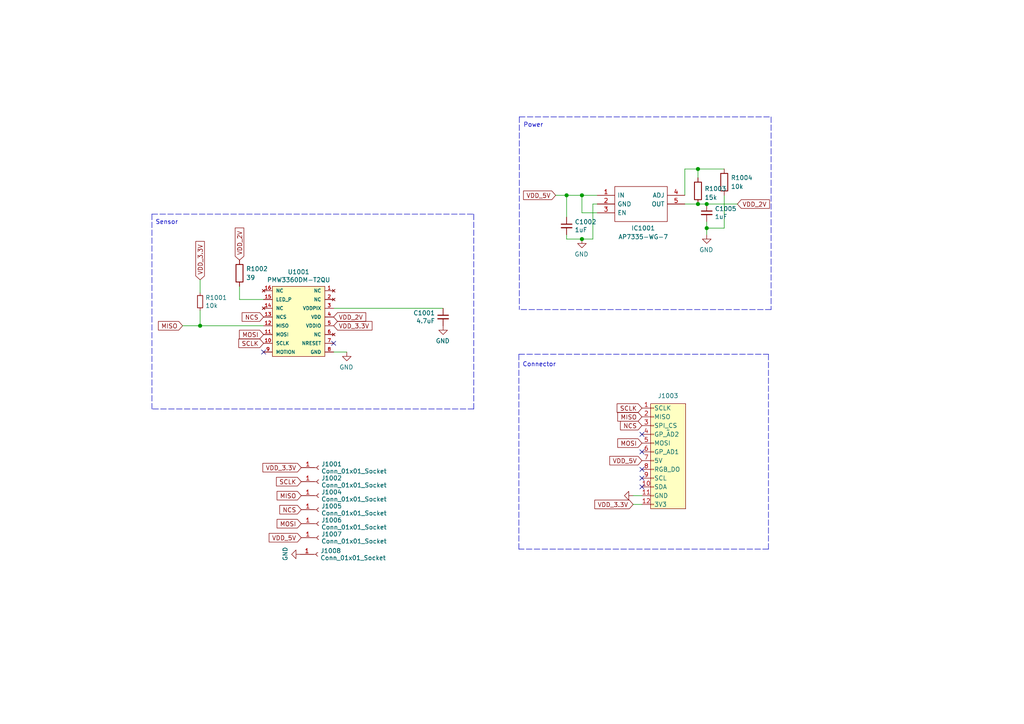
<source format=kicad_sch>
(kicad_sch (version 20230121) (generator eeschema)

  (uuid e63e39d7-6ac0-4ffd-8aa3-1841a4541b55)

  (paper "A4")

  (title_block
    (company "bastard keyboards")
    (comment 4 "Copyright Quentin Lebastard")
  )

  (lib_symbols
    (symbol "AP7331-WG-7:AP7331-WG-7" (pin_names (offset 0.762)) (in_bom yes) (on_board yes)
      (property "Reference" "IC" (at 21.59 7.62 0)
        (effects (font (size 1.27 1.27)) (justify left))
      )
      (property "Value" "AP7331-WG-7" (at 21.59 5.08 0)
        (effects (font (size 1.27 1.27)) (justify left))
      )
      (property "Footprint" "SOT95P285X145-5N" (at 21.59 2.54 0)
        (effects (font (size 1.27 1.27)) (justify left) hide)
      )
      (property "Datasheet" "http://uk.rs-online.com/web/p/products/7513083" (at 21.59 0 0)
        (effects (font (size 1.27 1.27)) (justify left) hide)
      )
      (property "Description" "LDO Voltage Regulators LDO SOT-25 ADJUSTABLE 300MA" (at 21.59 -2.54 0)
        (effects (font (size 1.27 1.27)) (justify left) hide)
      )
      (property "Height" "1.45" (at 21.59 -5.08 0)
        (effects (font (size 1.27 1.27)) (justify left) hide)
      )
      (property "Manufacturer_Name" "Diodes Inc." (at 21.59 -7.62 0)
        (effects (font (size 1.27 1.27)) (justify left) hide)
      )
      (property "Manufacturer_Part_Number" "AP7331-WG-7" (at 21.59 -10.16 0)
        (effects (font (size 1.27 1.27)) (justify left) hide)
      )
      (property "Mouser Part Number" "621-AP7331-WG-7" (at 21.59 -12.7 0)
        (effects (font (size 1.27 1.27)) (justify left) hide)
      )
      (property "Mouser Price/Stock" "https://www.mouser.co.uk/ProductDetail/Diodes-Incorporated/AP7331-WG-7?qs=vIZ3oKQCLxr9PiNSCoXN%2FQ%3D%3D" (at 21.59 -15.24 0)
        (effects (font (size 1.27 1.27)) (justify left) hide)
      )
      (property "Arrow Part Number" "AP7331-WG-7" (at 21.59 -17.78 0)
        (effects (font (size 1.27 1.27)) (justify left) hide)
      )
      (property "Arrow Price/Stock" "https://www.arrow.com/en/products/ap7331-wg-7/diodes-incorporated?region=nac" (at 21.59 -20.32 0)
        (effects (font (size 1.27 1.27)) (justify left) hide)
      )
      (symbol "AP7331-WG-7_0_0"
        (pin passive line (at 0 0 0) (length 5.08)
          (name "IN" (effects (font (size 1.27 1.27))))
          (number "1" (effects (font (size 1.27 1.27))))
        )
        (pin passive line (at 0 -2.54 0) (length 5.08)
          (name "GND" (effects (font (size 1.27 1.27))))
          (number "2" (effects (font (size 1.27 1.27))))
        )
        (pin passive line (at 0 -5.08 0) (length 5.08)
          (name "EN" (effects (font (size 1.27 1.27))))
          (number "3" (effects (font (size 1.27 1.27))))
        )
        (pin passive line (at 25.4 0 180) (length 5.08)
          (name "ADJ" (effects (font (size 1.27 1.27))))
          (number "4" (effects (font (size 1.27 1.27))))
        )
        (pin passive line (at 25.4 -2.54 180) (length 5.08)
          (name "OUT" (effects (font (size 1.27 1.27))))
          (number "5" (effects (font (size 1.27 1.27))))
        )
      )
      (symbol "AP7331-WG-7_0_1"
        (polyline
          (pts
            (xy 5.08 2.54)
            (xy 20.32 2.54)
            (xy 20.32 -7.62)
            (xy 5.08 -7.62)
            (xy 5.08 2.54)
          )
          (stroke (width 0.1524) (type default))
          (fill (type none))
        )
      )
    )
    (symbol "Connector:Conn_01x01_Socket" (pin_names (offset 1.016) hide) (in_bom yes) (on_board yes)
      (property "Reference" "J" (at 0 2.54 0)
        (effects (font (size 1.27 1.27)))
      )
      (property "Value" "Conn_01x01_Socket" (at 0 -2.54 0)
        (effects (font (size 1.27 1.27)))
      )
      (property "Footprint" "" (at 0 0 0)
        (effects (font (size 1.27 1.27)) hide)
      )
      (property "Datasheet" "~" (at 0 0 0)
        (effects (font (size 1.27 1.27)) hide)
      )
      (property "ki_locked" "" (at 0 0 0)
        (effects (font (size 1.27 1.27)))
      )
      (property "ki_keywords" "connector" (at 0 0 0)
        (effects (font (size 1.27 1.27)) hide)
      )
      (property "ki_description" "Generic connector, single row, 01x01, script generated" (at 0 0 0)
        (effects (font (size 1.27 1.27)) hide)
      )
      (property "ki_fp_filters" "Connector*:*_1x??_*" (at 0 0 0)
        (effects (font (size 1.27 1.27)) hide)
      )
      (symbol "Conn_01x01_Socket_1_1"
        (polyline
          (pts
            (xy -1.27 0)
            (xy -0.508 0)
          )
          (stroke (width 0.1524) (type default))
          (fill (type none))
        )
        (arc (start 0 0.508) (mid -0.5058 0) (end 0 -0.508)
          (stroke (width 0.1524) (type default))
          (fill (type none))
        )
        (pin passive line (at -5.08 0 0) (length 3.81)
          (name "Pin_1" (effects (font (size 1.27 1.27))))
          (number "1" (effects (font (size 1.27 1.27))))
        )
      )
    )
    (symbol "Device:C_Small" (pin_numbers hide) (pin_names (offset 0.254) hide) (in_bom yes) (on_board yes)
      (property "Reference" "C" (at 0.254 1.778 0)
        (effects (font (size 1.27 1.27)) (justify left))
      )
      (property "Value" "C_Small" (at 0.254 -2.032 0)
        (effects (font (size 1.27 1.27)) (justify left))
      )
      (property "Footprint" "" (at 0 0 0)
        (effects (font (size 1.27 1.27)) hide)
      )
      (property "Datasheet" "~" (at 0 0 0)
        (effects (font (size 1.27 1.27)) hide)
      )
      (property "ki_keywords" "capacitor cap" (at 0 0 0)
        (effects (font (size 1.27 1.27)) hide)
      )
      (property "ki_description" "Unpolarized capacitor, small symbol" (at 0 0 0)
        (effects (font (size 1.27 1.27)) hide)
      )
      (property "ki_fp_filters" "C_*" (at 0 0 0)
        (effects (font (size 1.27 1.27)) hide)
      )
      (symbol "C_Small_0_1"
        (polyline
          (pts
            (xy -1.524 -0.508)
            (xy 1.524 -0.508)
          )
          (stroke (width 0.3302) (type default))
          (fill (type none))
        )
        (polyline
          (pts
            (xy -1.524 0.508)
            (xy 1.524 0.508)
          )
          (stroke (width 0.3048) (type default))
          (fill (type none))
        )
      )
      (symbol "C_Small_1_1"
        (pin passive line (at 0 2.54 270) (length 2.032)
          (name "~" (effects (font (size 1.27 1.27))))
          (number "1" (effects (font (size 1.27 1.27))))
        )
        (pin passive line (at 0 -2.54 90) (length 2.032)
          (name "~" (effects (font (size 1.27 1.27))))
          (number "2" (effects (font (size 1.27 1.27))))
        )
      )
    )
    (symbol "Device:R" (pin_numbers hide) (pin_names (offset 0)) (in_bom yes) (on_board yes)
      (property "Reference" "R" (at 2.032 0 90)
        (effects (font (size 1.27 1.27)))
      )
      (property "Value" "R" (at 0 0 90)
        (effects (font (size 1.27 1.27)))
      )
      (property "Footprint" "" (at -1.778 0 90)
        (effects (font (size 1.27 1.27)) hide)
      )
      (property "Datasheet" "~" (at 0 0 0)
        (effects (font (size 1.27 1.27)) hide)
      )
      (property "ki_keywords" "R res resistor" (at 0 0 0)
        (effects (font (size 1.27 1.27)) hide)
      )
      (property "ki_description" "Resistor" (at 0 0 0)
        (effects (font (size 1.27 1.27)) hide)
      )
      (property "ki_fp_filters" "R_*" (at 0 0 0)
        (effects (font (size 1.27 1.27)) hide)
      )
      (symbol "R_0_1"
        (rectangle (start -1.016 -2.54) (end 1.016 2.54)
          (stroke (width 0.254) (type default))
          (fill (type none))
        )
      )
      (symbol "R_1_1"
        (pin passive line (at 0 3.81 270) (length 1.27)
          (name "~" (effects (font (size 1.27 1.27))))
          (number "1" (effects (font (size 1.27 1.27))))
        )
        (pin passive line (at 0 -3.81 90) (length 1.27)
          (name "~" (effects (font (size 1.27 1.27))))
          (number "2" (effects (font (size 1.27 1.27))))
        )
      )
    )
    (symbol "Device:R_Small" (pin_numbers hide) (pin_names (offset 0.254) hide) (in_bom yes) (on_board yes)
      (property "Reference" "R" (at 0.762 0.508 0)
        (effects (font (size 1.27 1.27)) (justify left))
      )
      (property "Value" "R_Small" (at 0.762 -1.016 0)
        (effects (font (size 1.27 1.27)) (justify left))
      )
      (property "Footprint" "" (at 0 0 0)
        (effects (font (size 1.27 1.27)) hide)
      )
      (property "Datasheet" "~" (at 0 0 0)
        (effects (font (size 1.27 1.27)) hide)
      )
      (property "ki_keywords" "R resistor" (at 0 0 0)
        (effects (font (size 1.27 1.27)) hide)
      )
      (property "ki_description" "Resistor, small symbol" (at 0 0 0)
        (effects (font (size 1.27 1.27)) hide)
      )
      (property "ki_fp_filters" "R_*" (at 0 0 0)
        (effects (font (size 1.27 1.27)) hide)
      )
      (symbol "R_Small_0_1"
        (rectangle (start -0.762 1.778) (end 0.762 -1.778)
          (stroke (width 0.2032) (type default))
          (fill (type none))
        )
      )
      (symbol "R_Small_1_1"
        (pin passive line (at 0 2.54 270) (length 0.762)
          (name "~" (effects (font (size 1.27 1.27))))
          (number "1" (effects (font (size 1.27 1.27))))
        )
        (pin passive line (at 0 -2.54 90) (length 0.762)
          (name "~" (effects (font (size 1.27 1.27))))
          (number "2" (effects (font (size 1.27 1.27))))
        )
      )
    )
    (symbol "power:GND" (power) (pin_names (offset 0)) (in_bom yes) (on_board yes)
      (property "Reference" "#PWR" (at 0 -6.35 0)
        (effects (font (size 1.27 1.27)) hide)
      )
      (property "Value" "GND" (at 0 -3.81 0)
        (effects (font (size 1.27 1.27)))
      )
      (property "Footprint" "" (at 0 0 0)
        (effects (font (size 1.27 1.27)) hide)
      )
      (property "Datasheet" "" (at 0 0 0)
        (effects (font (size 1.27 1.27)) hide)
      )
      (property "ki_keywords" "power-flag" (at 0 0 0)
        (effects (font (size 1.27 1.27)) hide)
      )
      (property "ki_description" "Power symbol creates a global label with name \"GND\" , ground" (at 0 0 0)
        (effects (font (size 1.27 1.27)) hide)
      )
      (symbol "GND_0_1"
        (polyline
          (pts
            (xy 0 0)
            (xy 0 -1.27)
            (xy 1.27 -1.27)
            (xy 0 -2.54)
            (xy -1.27 -1.27)
            (xy 0 -1.27)
          )
          (stroke (width 0) (type default))
          (fill (type none))
        )
      )
      (symbol "GND_1_1"
        (pin power_in line (at 0 0 270) (length 0) hide
          (name "GND" (effects (font (size 1.27 1.27))))
          (number "1" (effects (font (size 1.27 1.27))))
        )
      )
    )
    (symbol "sensor-rescue:PWM3360-pwm3360" (pin_names (offset 1.016)) (in_bom yes) (on_board yes)
      (property "Reference" "U4" (at 0 14.351 0)
        (effects (font (size 1.27 1.27)))
      )
      (property "Value" "PMW3360DM-T2QU" (at 0 12.0396 0)
        (effects (font (size 1.27 1.27)))
      )
      (property "Footprint" "local:DIP-16_W10.16mm" (at 0 13.97 0)
        (effects (font (size 1.27 1.27)) hide)
      )
      (property "Datasheet" "" (at 0 13.97 0)
        (effects (font (size 1.27 1.27)) hide)
      )
      (symbol "PWM3360-pwm3360_0_1"
        (rectangle (start -7.62 10.16) (end 7.62 -10.16)
          (stroke (width 0) (type default))
          (fill (type background))
        )
      )
      (symbol "PWM3360-pwm3360_1_1"
        (pin no_connect line (at -10.16 8.89 0) (length 2.54)
          (name "NC" (effects (font (size 0.9906 0.9906))))
          (number "1" (effects (font (size 0.9906 0.9906))))
        )
        (pin input line (at 10.16 -6.35 180) (length 2.54)
          (name "SCLK" (effects (font (size 0.9906 0.9906))))
          (number "10" (effects (font (size 0.9906 0.9906))))
        )
        (pin input line (at 10.16 -3.81 180) (length 2.54)
          (name "MOSI" (effects (font (size 0.9906 0.9906))))
          (number "11" (effects (font (size 0.9906 0.9906))))
        )
        (pin output line (at 10.16 -1.27 180) (length 2.54)
          (name "MISO" (effects (font (size 0.9906 0.9906))))
          (number "12" (effects (font (size 0.9906 0.9906))))
        )
        (pin input line (at 10.16 1.27 180) (length 2.54)
          (name "NCS" (effects (font (size 0.9906 0.9906))))
          (number "13" (effects (font (size 0.9906 0.9906))))
        )
        (pin no_connect line (at 10.16 3.81 180) (length 2.54)
          (name "NC" (effects (font (size 0.9906 0.9906))))
          (number "14" (effects (font (size 0.9906 0.9906))))
        )
        (pin input line (at 10.16 6.35 180) (length 2.54)
          (name "LED_P" (effects (font (size 0.9906 0.9906))))
          (number "15" (effects (font (size 0.9906 0.9906))))
        )
        (pin no_connect line (at 10.16 8.89 180) (length 2.54)
          (name "NC" (effects (font (size 0.9906 0.9906))))
          (number "16" (effects (font (size 0.9906 0.9906))))
        )
        (pin no_connect line (at -10.16 6.35 0) (length 2.54)
          (name "NC" (effects (font (size 0.9906 0.9906))))
          (number "2" (effects (font (size 0.9906 0.9906))))
        )
        (pin power_out line (at -10.16 3.81 0) (length 2.54)
          (name "VDDPIX" (effects (font (size 0.991 0.991))))
          (number "3" (effects (font (size 0.991 0.991))))
        )
        (pin power_in line (at -10.16 1.27 0) (length 2.54)
          (name "VDD" (effects (font (size 0.9906 0.9906))))
          (number "4" (effects (font (size 0.9906 0.9906))))
        )
        (pin power_in line (at -10.16 -1.27 0) (length 2.54)
          (name "VDDIO" (effects (font (size 0.9906 0.9906))))
          (number "5" (effects (font (size 0.9906 0.9906))))
        )
        (pin no_connect line (at -10.16 -3.81 0) (length 2.54)
          (name "NC" (effects (font (size 0.9906 0.9906))))
          (number "6" (effects (font (size 0.9906 0.9906))))
        )
        (pin input line (at -10.16 -6.35 0) (length 2.54)
          (name "NRESET" (effects (font (size 0.9906 0.9906))))
          (number "7" (effects (font (size 0.9906 0.9906))))
        )
        (pin power_in line (at -10.16 -8.89 0) (length 2.54)
          (name "GND" (effects (font (size 0.9906 0.9906))))
          (number "8" (effects (font (size 0.9906 0.9906))))
        )
        (pin output line (at 10.16 -8.89 180) (length 2.54)
          (name "MOTION" (effects (font (size 0.9906 0.9906))))
          (number "9" (effects (font (size 0.9906 0.9906))))
        )
      )
    )
    (symbol "vik:vik-module-connector" (pin_names (offset 1)) (in_bom yes) (on_board yes)
      (property "Reference" "J" (at 0 15.875 0)
        (effects (font (size 1.27 1.27)))
      )
      (property "Value" "vik-module-connector" (at 0 -17.78 0)
        (effects (font (size 1.27 1.27)) hide)
      )
      (property "Footprint" "" (at 0 6.35 0)
        (effects (font (size 1.27 1.27)) hide)
      )
      (property "Datasheet" "" (at 0 6.35 0)
        (effects (font (size 1.27 1.27)) hide)
      )
      (symbol "vik-module-connector_1_1"
        (rectangle (start -5.08 13.97) (end 5.08 -16.51)
          (stroke (width 0) (type default))
          (fill (type background))
        )
        (rectangle (start -5.0546 -15.113) (end -4.191 -15.367)
          (stroke (width 0.1) (type default))
          (fill (type none))
        )
        (rectangle (start -5.0546 -12.573) (end -4.191 -12.827)
          (stroke (width 0.1) (type default))
          (fill (type none))
        )
        (rectangle (start -5.0546 -10.033) (end -4.191 -10.287)
          (stroke (width 0.1) (type default))
          (fill (type none))
        )
        (rectangle (start -5.0546 -7.493) (end -4.191 -7.747)
          (stroke (width 0.1) (type default))
          (fill (type none))
        )
        (rectangle (start -5.0546 -4.953) (end -4.191 -5.207)
          (stroke (width 0.1) (type default))
          (fill (type none))
        )
        (rectangle (start -5.0546 -2.413) (end -4.191 -2.667)
          (stroke (width 0.1) (type default))
          (fill (type none))
        )
        (rectangle (start -5.0546 0.127) (end -4.191 -0.127)
          (stroke (width 0.1) (type default))
          (fill (type none))
        )
        (rectangle (start -5.0546 2.667) (end -4.191 2.413)
          (stroke (width 0.1) (type default))
          (fill (type none))
        )
        (rectangle (start -5.0546 5.207) (end -4.191 4.953)
          (stroke (width 0.1) (type default))
          (fill (type none))
        )
        (rectangle (start -5.0546 7.747) (end -4.191 7.493)
          (stroke (width 0.1) (type default))
          (fill (type none))
        )
        (rectangle (start -5.0546 10.287) (end -4.191 10.033)
          (stroke (width 0.1) (type default))
          (fill (type none))
        )
        (rectangle (start -5.0546 12.827) (end -4.191 12.573)
          (stroke (width 0.1) (type default))
          (fill (type none))
        )
        (pin output line (at -7.62 12.7 0) (length 2.54)
          (name "SCLK" (effects (font (size 1.27 1.27))))
          (number "1" (effects (font (size 1.27 1.27))))
        )
        (pin bidirectional line (at -7.62 -10.16 0) (length 2.54)
          (name "SDA" (effects (font (size 1.27 1.27))))
          (number "10" (effects (font (size 1.27 1.27))))
        )
        (pin power_out line (at -7.62 -12.7 0) (length 2.54)
          (name "GND" (effects (font (size 1.27 1.27))))
          (number "11" (effects (font (size 1.27 1.27))))
        )
        (pin power_out line (at -7.62 -15.24 0) (length 2.54)
          (name "3V3" (effects (font (size 1.27 1.27))))
          (number "12" (effects (font (size 1.27 1.27))))
        )
        (pin tri_state line (at -7.62 10.16 0) (length 2.54)
          (name "MISO" (effects (font (size 1.27 1.27))))
          (number "2" (effects (font (size 1.27 1.27))))
        )
        (pin output line (at -7.62 7.62 0) (length 2.54)
          (name "SPI_CS" (effects (font (size 1.27 1.27))))
          (number "3" (effects (font (size 1.27 1.27))))
        )
        (pin bidirectional line (at -7.62 5.08 0) (length 2.54)
          (name "GP_AD2" (effects (font (size 1.27 1.27))))
          (number "4" (effects (font (size 1.27 1.27))))
        )
        (pin output line (at -7.62 2.54 0) (length 2.54)
          (name "MOSI" (effects (font (size 1.27 1.27))))
          (number "5" (effects (font (size 1.27 1.27))))
        )
        (pin bidirectional line (at -7.62 0 0) (length 2.54)
          (name "GP_AD1" (effects (font (size 1.27 1.27))))
          (number "6" (effects (font (size 1.27 1.27))))
        )
        (pin power_out line (at -7.62 -2.54 0) (length 2.54)
          (name "5V" (effects (font (size 1.27 1.27))))
          (number "7" (effects (font (size 1.27 1.27))))
        )
        (pin output line (at -7.62 -5.08 0) (length 2.54)
          (name "RGB_DO" (effects (font (size 1.27 1.27))))
          (number "8" (effects (font (size 1.27 1.27))))
        )
        (pin bidirectional line (at -7.62 -7.62 0) (length 2.54)
          (name "SCL" (effects (font (size 1.27 1.27))))
          (number "9" (effects (font (size 1.27 1.27))))
        )
      )
    )
  )

  (junction (at 168.783 69.342) (diameter 1.016) (color 0 0 0 0)
    (uuid 30f15357-ce1d-48b9-93dc-7d9b1b2aa048)
  )
  (junction (at 202.438 59.182) (diameter 1.016) (color 0 0 0 0)
    (uuid 54365317-1355-4216-bb75-829375abc4ec)
  )
  (junction (at 58.039 94.488) (diameter 1.016) (color 0 0 0 0)
    (uuid 66116376-6967-4178-9f23-a26cdeafc400)
  )
  (junction (at 164.338 56.642) (diameter 1.016) (color 0 0 0 0)
    (uuid 749dfe75-c0d6-4872-9330-29c5bbcb8ff8)
  )
  (junction (at 204.978 59.182) (diameter 1.016) (color 0 0 0 0)
    (uuid a3e4f0ae-9f86-49e9-b386-ed8b42e012fb)
  )
  (junction (at 204.978 66.167) (diameter 1.016) (color 0 0 0 0)
    (uuid a690fc6c-55d9-47e6-b533-faa4b67e20f3)
  )
  (junction (at 202.438 49.022) (diameter 1.016) (color 0 0 0 0)
    (uuid ac264c30-3e9a-4be2-b97a-9949b68bd497)
  )
  (junction (at 168.783 56.642) (diameter 1.016) (color 0 0 0 0)
    (uuid d8603679-3e7b-4337-8dbc-1827f5f54d8a)
  )

  (no_connect (at 96.774 99.568) (uuid 1c3262e4-77e1-47a4-83d0-babb665c48c7))
  (no_connect (at 186.182 138.684) (uuid 7c01eb01-3732-4d5f-b59c-029cc1e96852))
  (no_connect (at 186.182 141.224) (uuid 864a37db-9c0f-4454-8694-5679874cad43))
  (no_connect (at 186.182 131.064) (uuid a10a78fd-9996-4b1c-b93d-4fe6155ffff7))
  (no_connect (at 186.182 136.144) (uuid c0d88261-33ee-40f9-b6f5-18582a7885e0))
  (no_connect (at 186.182 125.984) (uuid c97cd2d5-521e-4012-b370-465bdf17c347))
  (no_connect (at 76.454 102.108) (uuid d5ca1c1d-af70-4200-b355-9d015e7a374d))

  (polyline (pts (xy 150.495 102.743) (xy 150.495 159.258))
    (stroke (width 0) (type dash))
    (uuid 00c285f6-e591-4626-9110-96a3569f6751)
  )

  (wire (pts (xy 164.338 56.642) (xy 164.338 62.992))
    (stroke (width 0) (type solid))
    (uuid 19a6aad5-954e-458f-a084-a3d35abccfd4)
  )
  (polyline (pts (xy 222.885 159.258) (xy 150.495 159.258))
    (stroke (width 0) (type dash))
    (uuid 2f2e6293-c29d-4732-91e6-ddebe6cdb18b)
  )

  (wire (pts (xy 183.642 143.764) (xy 186.182 143.764))
    (stroke (width 0) (type default))
    (uuid 3820dd30-8364-4ae9-b11c-414776fec37e)
  )
  (polyline (pts (xy 222.885 102.743) (xy 222.885 159.258))
    (stroke (width 0) (type dash))
    (uuid 40762a3e-5211-419b-8ce4-8bdf1c17b6c7)
  )

  (wire (pts (xy 52.959 94.488) (xy 58.039 94.488))
    (stroke (width 0) (type solid))
    (uuid 42fc6ffa-4715-4df8-980a-c35dadbeb45f)
  )
  (wire (pts (xy 96.774 89.408) (xy 128.524 89.408))
    (stroke (width 0) (type solid))
    (uuid 46f3b97c-2bd6-4c03-9c71-3bd0e3f4c25a)
  )
  (wire (pts (xy 198.628 49.022) (xy 198.628 56.642))
    (stroke (width 0) (type solid))
    (uuid 515fa300-dd42-42f4-b6ae-952bb35bf417)
  )
  (wire (pts (xy 164.338 69.342) (xy 164.338 68.072))
    (stroke (width 0) (type solid))
    (uuid 5d33fd43-1604-4903-bb35-d1ff8a3b7017)
  )
  (wire (pts (xy 168.783 69.342) (xy 164.338 69.342))
    (stroke (width 0) (type solid))
    (uuid 5d33fd43-1604-4903-bb35-d1ff8a3b7018)
  )
  (wire (pts (xy 171.958 59.182) (xy 171.958 69.342))
    (stroke (width 0) (type solid))
    (uuid 5d33fd43-1604-4903-bb35-d1ff8a3b7019)
  )
  (wire (pts (xy 171.958 69.342) (xy 168.783 69.342))
    (stroke (width 0) (type solid))
    (uuid 5d33fd43-1604-4903-bb35-d1ff8a3b701a)
  )
  (wire (pts (xy 173.228 59.182) (xy 171.958 59.182))
    (stroke (width 0) (type solid))
    (uuid 5d33fd43-1604-4903-bb35-d1ff8a3b701b)
  )
  (wire (pts (xy 204.978 59.182) (xy 213.868 59.182))
    (stroke (width 0) (type solid))
    (uuid 6afe17d0-5a9e-4aee-a582-2a98638b6112)
  )
  (wire (pts (xy 58.039 90.043) (xy 58.039 94.488))
    (stroke (width 0) (type solid))
    (uuid 8f1f49fd-acd0-4912-8449-5cd8f7ccd961)
  )
  (wire (pts (xy 58.039 94.488) (xy 76.454 94.488))
    (stroke (width 0) (type solid))
    (uuid 8f1f49fd-acd0-4912-8449-5cd8f7ccd962)
  )
  (wire (pts (xy 202.438 49.022) (xy 202.438 51.562))
    (stroke (width 0) (type solid))
    (uuid 9276946e-e98c-4357-b35c-0b89b725abe6)
  )
  (polyline (pts (xy 150.495 102.743) (xy 222.885 102.743))
    (stroke (width 0) (type dash))
    (uuid 956e5f31-8566-436c-96a4-e6c9913f7062)
  )
  (polyline (pts (xy 137.414 62.103) (xy 137.414 118.618))
    (stroke (width 0) (type dash))
    (uuid 989caa63-b5e6-4dcf-a07c-e7a69cd05d9e)
  )
  (polyline (pts (xy 44.069 62.103) (xy 137.414 62.103))
    (stroke (width 0) (type dash))
    (uuid 98d9c5c5-089a-44d9-88ce-e7964ddf11aa)
  )

  (wire (pts (xy 210.058 56.642) (xy 210.058 66.167))
    (stroke (width 0) (type solid))
    (uuid a05d6fe9-823a-4ad6-94db-3d56d0358625)
  )
  (wire (pts (xy 210.058 66.167) (xy 204.978 66.167))
    (stroke (width 0) (type solid))
    (uuid a05d6fe9-823a-4ad6-94db-3d56d0358626)
  )
  (polyline (pts (xy 150.622 33.909) (xy 150.622 89.789))
    (stroke (width 0) (type dash))
    (uuid b3189da1-6eed-4726-b01e-3ed115a24161)
  )
  (polyline (pts (xy 150.622 33.909) (xy 223.647 33.909))
    (stroke (width 0) (type dash))
    (uuid b3189da1-6eed-4726-b01e-3ed115a24162)
  )
  (polyline (pts (xy 223.647 33.909) (xy 223.647 89.789))
    (stroke (width 0) (type dash))
    (uuid b3189da1-6eed-4726-b01e-3ed115a24163)
  )
  (polyline (pts (xy 223.647 89.789) (xy 150.622 89.789))
    (stroke (width 0) (type dash))
    (uuid b3189da1-6eed-4726-b01e-3ed115a24164)
  )

  (wire (pts (xy 58.039 81.153) (xy 58.039 84.963))
    (stroke (width 0) (type solid))
    (uuid b3f90ee9-b5e7-44a8-98e2-a2b14ce30548)
  )
  (wire (pts (xy 183.642 146.304) (xy 186.182 146.304))
    (stroke (width 0) (type default))
    (uuid b4e306e9-6f32-4a99-a58d-07d594ce60de)
  )
  (wire (pts (xy 168.783 61.722) (xy 168.783 56.642))
    (stroke (width 0) (type solid))
    (uuid b8c0ed7b-d6b8-45da-b5d6-4ff3b54fd37d)
  )
  (wire (pts (xy 173.228 61.722) (xy 168.783 61.722))
    (stroke (width 0) (type solid))
    (uuid b8c0ed7b-d6b8-45da-b5d6-4ff3b54fd37e)
  )
  (wire (pts (xy 96.774 102.108) (xy 100.584 102.108))
    (stroke (width 0) (type solid))
    (uuid bbda7bb9-d98a-415a-a25f-6a97dd1e31af)
  )
  (wire (pts (xy 198.628 49.022) (xy 202.438 49.022))
    (stroke (width 0) (type solid))
    (uuid bc1aa574-dfea-4054-945a-820fa3c1fae3)
  )
  (wire (pts (xy 198.628 59.182) (xy 202.438 59.182))
    (stroke (width 0) (type solid))
    (uuid c6417212-bccd-4f9c-9901-9158011a1646)
  )
  (wire (pts (xy 202.438 59.182) (xy 204.978 59.182))
    (stroke (width 0) (type solid))
    (uuid c6417212-bccd-4f9c-9901-9158011a1647)
  )
  (polyline (pts (xy 137.414 118.618) (xy 44.069 118.618))
    (stroke (width 0) (type dash))
    (uuid d944bbc9-f508-4406-bce8-38a55e68e9f3)
  )

  (wire (pts (xy 202.438 49.022) (xy 210.058 49.022))
    (stroke (width 0) (type solid))
    (uuid d9ae0edc-e85c-4460-b1ea-23163494db1a)
  )
  (wire (pts (xy 69.469 86.868) (xy 69.469 83.058))
    (stroke (width 0) (type solid))
    (uuid dbd5a28f-cd98-4857-bb9a-e758bdd96d9c)
  )
  (wire (pts (xy 76.454 86.868) (xy 69.469 86.868))
    (stroke (width 0) (type solid))
    (uuid dbd5a28f-cd98-4857-bb9a-e758bdd96d9d)
  )
  (polyline (pts (xy 44.069 62.103) (xy 44.069 118.618))
    (stroke (width 0) (type dash))
    (uuid e1dcad10-3b10-4a3c-9d12-9cfea9895ae2)
  )

  (wire (pts (xy 161.163 56.642) (xy 164.338 56.642))
    (stroke (width 0) (type solid))
    (uuid f2ecf8b6-6074-4d64-8c12-ce6c3a995260)
  )
  (wire (pts (xy 164.338 56.642) (xy 168.783 56.642))
    (stroke (width 0) (type solid))
    (uuid f2ecf8b6-6074-4d64-8c12-ce6c3a995261)
  )
  (wire (pts (xy 168.783 56.642) (xy 173.228 56.642))
    (stroke (width 0) (type solid))
    (uuid f2ecf8b6-6074-4d64-8c12-ce6c3a995262)
  )
  (wire (pts (xy 204.978 64.262) (xy 204.978 66.167))
    (stroke (width 0) (type solid))
    (uuid f5a41938-aa4c-4fa9-bae5-034eb3ff627a)
  )
  (wire (pts (xy 204.978 66.167) (xy 204.978 68.072))
    (stroke (width 0) (type solid))
    (uuid f5a41938-aa4c-4fa9-bae5-034eb3ff627b)
  )

  (text "Power" (at 157.607 37.084 0)
    (effects (font (size 1.27 1.27)) (justify right bottom))
    (uuid 6ea0e59a-0024-4f62-b2ea-7e72b4105f1b)
  )
  (text "Sensor" (at 51.689 65.278 0)
    (effects (font (size 1.27 1.27)) (justify right bottom))
    (uuid 80d2a03a-578b-43b0-9b16-39878e595507)
  )
  (text "Connector" (at 161.29 106.553 0)
    (effects (font (size 1.27 1.27)) (justify right bottom))
    (uuid d11069ff-9090-4796-bb65-c719f7867229)
  )

  (global_label "VDD_3.3V" (shape input) (at 58.039 81.153 90)
    (effects (font (size 1.27 1.27)) (justify left))
    (uuid 08ea0309-75d3-4eb1-8df6-9f1eaab14882)
    (property "Intersheetrefs" "${INTERSHEET_REFS}" (at 57.9596 70.0313 90)
      (effects (font (size 1.27 1.27)) (justify left) hide)
    )
  )
  (global_label "SCLK" (shape input) (at 76.454 99.568 180)
    (effects (font (size 1.27 1.27)) (justify right))
    (uuid 1084f814-9970-438b-a2da-ba4cfb3dbf1f)
    (property "Intersheetrefs" "${INTERSHEET_REFS}" (at -96.266 -33.782 0)
      (effects (font (size 1.27 1.27)) hide)
    )
  )
  (global_label "NCS" (shape input) (at 76.454 91.948 180)
    (effects (font (size 1.27 1.27)) (justify right))
    (uuid 17c666d4-d5dc-405f-9d9f-5696a5113884)
    (property "Intersheetrefs" "${INTERSHEET_REFS}" (at -96.266 -33.782 0)
      (effects (font (size 1.27 1.27)) hide)
    )
  )
  (global_label "VDD_5V" (shape input) (at 87.376 155.956 180)
    (effects (font (size 1.27 1.27)) (justify right))
    (uuid 18dc6252-51ee-41b7-8026-2ccf60852622)
    (property "Intersheetrefs" "${INTERSHEET_REFS}" (at 181.356 294.386 0)
      (effects (font (size 1.27 1.27)) hide)
    )
  )
  (global_label "VDD_3.3V" (shape input) (at 87.376 135.636 180)
    (effects (font (size 1.27 1.27)) (justify right))
    (uuid 2bc6f97c-29ad-4cfa-91df-9df45f0ae3f7)
    (property "Intersheetrefs" "${INTERSHEET_REFS}" (at 76.2543 135.7154 0)
      (effects (font (size 1.27 1.27)) (justify right) hide)
    )
  )
  (global_label "NCS" (shape input) (at 186.182 123.444 180)
    (effects (font (size 1.27 1.27)) (justify right))
    (uuid 317a28ca-23fa-43c5-a7c6-2d385ff166dc)
    (property "Intersheetrefs" "${INTERSHEET_REFS}" (at 179.9589 123.5234 0)
      (effects (font (size 1.27 1.27)) (justify right) hide)
    )
  )
  (global_label "VDD_2V" (shape input) (at 213.868 59.182 0)
    (effects (font (size 1.27 1.27)) (justify left))
    (uuid 35d86cb8-66c4-494a-9339-8c0e4dcf6cfa)
    (property "Intersheetrefs" "${INTERSHEET_REFS}" (at 223.1754 59.1026 0)
      (effects (font (size 1.27 1.27)) (justify left) hide)
    )
  )
  (global_label "VDD_3.3V" (shape input) (at 96.774 94.488 0)
    (effects (font (size 1.27 1.27)) (justify left))
    (uuid 3e6991a9-9ff1-4ea6-97f4-8eb6d2217fe5)
    (property "Intersheetrefs" "${INTERSHEET_REFS}" (at 107.8957 94.4086 0)
      (effects (font (size 1.27 1.27)) (justify left) hide)
    )
  )
  (global_label "NCS" (shape input) (at 87.376 147.828 180)
    (effects (font (size 1.27 1.27)) (justify right))
    (uuid 44648c7c-58b7-4045-9a6d-865cc2c3fee0)
    (property "Intersheetrefs" "${INTERSHEET_REFS}" (at 81.1529 147.9074 0)
      (effects (font (size 1.27 1.27)) (justify right) hide)
    )
  )
  (global_label "MOSI" (shape input) (at 87.376 151.892 180)
    (effects (font (size 1.27 1.27)) (justify right))
    (uuid 5bb7e138-5078-4837-8e6b-001c0e7e40aa)
    (property "Intersheetrefs" "${INTERSHEET_REFS}" (at 80.3667 151.9714 0)
      (effects (font (size 1.27 1.27)) (justify right) hide)
    )
  )
  (global_label "VDD_2V" (shape input) (at 96.774 91.948 0)
    (effects (font (size 1.27 1.27)) (justify left))
    (uuid 6555ed6c-68bd-41d4-be92-6c7e774e09c4)
    (property "Intersheetrefs" "${INTERSHEET_REFS}" (at 106.0814 91.8686 0)
      (effects (font (size 1.27 1.27)) (justify left) hide)
    )
  )
  (global_label "VDD_2V" (shape input) (at 69.469 75.438 90)
    (effects (font (size 1.27 1.27)) (justify left))
    (uuid 677b12ca-561a-4ffd-89f6-36216eaff7f5)
    (property "Intersheetrefs" "${INTERSHEET_REFS}" (at 69.3896 66.1306 90)
      (effects (font (size 1.27 1.27)) (justify left) hide)
    )
  )
  (global_label "SCLK" (shape input) (at 87.376 139.7 180)
    (effects (font (size 1.27 1.27)) (justify right))
    (uuid 75ae635f-3ce2-4ecb-aa74-d88ed85073de)
    (property "Intersheetrefs" "${INTERSHEET_REFS}" (at 80.1853 139.7794 0)
      (effects (font (size 1.27 1.27)) (justify right) hide)
    )
  )
  (global_label "SCLK" (shape input) (at 186.182 118.364 180)
    (effects (font (size 1.27 1.27)) (justify right))
    (uuid 7c9bd48e-942d-4227-99f3-ed572b0f6370)
    (property "Intersheetrefs" "${INTERSHEET_REFS}" (at 178.9913 118.4434 0)
      (effects (font (size 1.27 1.27)) (justify right) hide)
    )
  )
  (global_label "MISO" (shape input) (at 52.959 94.488 180)
    (effects (font (size 1.27 1.27)) (justify right))
    (uuid 8eda6d9a-9cd9-483b-a126-7a91f013b32c)
    (property "Intersheetrefs" "${INTERSHEET_REFS}" (at -119.761 -33.782 0)
      (effects (font (size 1.27 1.27)) hide)
    )
  )
  (global_label "MOSI" (shape input) (at 76.454 97.028 180)
    (effects (font (size 1.27 1.27)) (justify right))
    (uuid 9003376e-ce39-4745-b4d5-f4f0ba5f99fe)
    (property "Intersheetrefs" "${INTERSHEET_REFS}" (at -96.266 -33.782 0)
      (effects (font (size 1.27 1.27)) hide)
    )
  )
  (global_label "VDD_5V" (shape input) (at 161.163 56.642 180)
    (effects (font (size 1.27 1.27)) (justify right))
    (uuid 90320d32-c980-4179-bfa6-281b29ee54c5)
    (property "Intersheetrefs" "${INTERSHEET_REFS}" (at 151.8556 56.5626 0)
      (effects (font (size 1.27 1.27)) (justify right) hide)
    )
  )
  (global_label "VDD_5V" (shape input) (at 186.182 133.604 180)
    (effects (font (size 1.27 1.27)) (justify right))
    (uuid aacf2830-2bc2-476b-a833-9f8c0c478d2c)
    (property "Intersheetrefs" "${INTERSHEET_REFS}" (at 280.162 272.034 0)
      (effects (font (size 1.27 1.27)) hide)
    )
  )
  (global_label "MISO" (shape input) (at 186.182 120.904 180)
    (effects (font (size 1.27 1.27)) (justify right))
    (uuid bcb4eb3f-1308-49ed-82b8-809c7b434489)
    (property "Intersheetrefs" "${INTERSHEET_REFS}" (at 179.1727 120.8246 0)
      (effects (font (size 1.27 1.27)) (justify right) hide)
    )
  )
  (global_label "VDD_3.3V" (shape input) (at 183.642 146.304 180)
    (effects (font (size 1.27 1.27)) (justify right))
    (uuid cbed4be4-cc76-4919-a8df-f70eaae9db3c)
    (property "Intersheetrefs" "${INTERSHEET_REFS}" (at 172.5203 146.3834 0)
      (effects (font (size 1.27 1.27)) (justify right) hide)
    )
  )
  (global_label "MOSI" (shape input) (at 186.182 128.524 180)
    (effects (font (size 1.27 1.27)) (justify right))
    (uuid cd96bf17-259f-4647-939c-0388dd2e9eb7)
    (property "Intersheetrefs" "${INTERSHEET_REFS}" (at 179.1727 128.6034 0)
      (effects (font (size 1.27 1.27)) (justify right) hide)
    )
  )
  (global_label "MISO" (shape input) (at 87.376 143.764 180)
    (effects (font (size 1.27 1.27)) (justify right))
    (uuid f428c0b8-3c3d-4d3a-bf93-49ddd3b56e8c)
    (property "Intersheetrefs" "${INTERSHEET_REFS}" (at 80.3667 143.6846 0)
      (effects (font (size 1.27 1.27)) (justify right) hide)
    )
  )

  (symbol (lib_id "sensor-rescue:PWM3360-pwm3360") (at 86.614 93.218 0) (mirror y) (unit 1)
    (in_bom yes) (on_board yes) (dnp no)
    (uuid 00000000-0000-0000-0000-00005f6a522a)
    (property "Reference" "U1001" (at 86.614 78.867 0)
      (effects (font (size 1.27 1.27)))
    )
    (property "Value" "PMW3360DM-T2QU" (at 86.614 81.1784 0)
      (effects (font (size 1.27 1.27)))
    )
    (property "Footprint" "local:DIP-16_W10.16mm" (at 86.614 79.248 0)
      (effects (font (size 1.27 1.27)) hide)
    )
    (property "Datasheet" "" (at 86.614 79.248 0)
      (effects (font (size 1.27 1.27)) hide)
    )
    (pin "1" (uuid 3adc23df-aa03-4421-8b2f-6405b5b74398))
    (pin "10" (uuid 527abf10-6fb7-4185-b1ee-9a0d9ebd937c))
    (pin "11" (uuid a45b009c-7a5f-4c8f-ac23-d5a1bd9b9021))
    (pin "12" (uuid 17235441-c1ce-4735-9179-6b685ffb9430))
    (pin "13" (uuid a84b9b09-e3a3-4375-9bdb-5c5b65a61dc1))
    (pin "14" (uuid 06f4b8d5-7a24-4c8a-a9cd-d20515ca0662))
    (pin "15" (uuid 942bfe0b-5d75-46fd-ae75-6bd4ca10684f))
    (pin "16" (uuid 1e0cfb1c-3c53-45c8-9f2f-d8100b0666b6))
    (pin "2" (uuid a1cadb43-0fff-4cee-815c-296108255f87))
    (pin "3" (uuid cdd22a17-9623-41ed-9924-9eea4d4216ae))
    (pin "4" (uuid 8a001cd4-3b58-4141-a50c-77703aa7b599))
    (pin "5" (uuid ddf371df-3a1d-49cf-9309-faa479c00834))
    (pin "6" (uuid 9916ae64-fed4-4534-a44c-53063182a017))
    (pin "7" (uuid dd07851a-6469-48ea-8218-330e6d3946fa))
    (pin "8" (uuid 88d060fe-fe3d-43f0-b9df-6c5fbc5d2cde))
    (pin "9" (uuid d2544c12-5ffc-496e-81fa-7c5b1bfc5a53))
    (instances
      (project "pmw3360"
        (path "/e63e39d7-6ac0-4ffd-8aa3-1841a4541b55"
          (reference "U1001") (unit 1)
        )
      )
    )
  )

  (symbol (lib_id "Device:C_Small") (at 128.524 91.948 0) (mirror y) (unit 1)
    (in_bom yes) (on_board yes) (dnp no)
    (uuid 00000000-0000-0000-0000-00005f6c443f)
    (property "Reference" "C1001" (at 126.1872 90.7796 0)
      (effects (font (size 1.27 1.27)) (justify left))
    )
    (property "Value" "4.7uF" (at 126.1872 93.091 0)
      (effects (font (size 1.27 1.27)) (justify left))
    )
    (property "Footprint" "local:C_0603_1608Metric" (at 128.524 91.948 0)
      (effects (font (size 1.27 1.27)) hide)
    )
    (property "Datasheet" "~" (at 128.524 91.948 0)
      (effects (font (size 1.27 1.27)) hide)
    )
    (property "LCSC" "C19666" (at 128.524 91.948 0)
      (effects (font (size 1.27 1.27)) hide)
    )
    (pin "1" (uuid 1b93802c-387a-4b57-924a-58ec508e20b8))
    (pin "2" (uuid 7a9fdec8-feaa-4352-9b3e-5bff6e30f330))
    (instances
      (project "pmw3360"
        (path "/e63e39d7-6ac0-4ffd-8aa3-1841a4541b55"
          (reference "C1001") (unit 1)
        )
      )
    )
  )

  (symbol (lib_id "power:GND") (at 128.524 94.488 0) (mirror y) (unit 1)
    (in_bom yes) (on_board yes) (dnp no)
    (uuid 00000000-0000-0000-0000-00005f6cc890)
    (property "Reference" "#PWR01003" (at 128.524 100.838 0)
      (effects (font (size 1.27 1.27)) hide)
    )
    (property "Value" "GND" (at 128.397 98.8822 0)
      (effects (font (size 1.27 1.27)))
    )
    (property "Footprint" "" (at 128.524 94.488 0)
      (effects (font (size 1.27 1.27)) hide)
    )
    (property "Datasheet" "" (at 128.524 94.488 0)
      (effects (font (size 1.27 1.27)) hide)
    )
    (pin "1" (uuid 9102ab84-e7c0-4df2-91c3-1b2a648420cf))
    (instances
      (project "pmw3360"
        (path "/e63e39d7-6ac0-4ffd-8aa3-1841a4541b55"
          (reference "#PWR01003") (unit 1)
        )
      )
    )
  )

  (symbol (lib_id "power:GND") (at 100.584 102.108 0) (mirror y) (unit 1)
    (in_bom yes) (on_board yes) (dnp no)
    (uuid 00000000-0000-0000-0000-00005f6d4638)
    (property "Reference" "#PWR01001" (at 100.584 108.458 0)
      (effects (font (size 1.27 1.27)) hide)
    )
    (property "Value" "GND" (at 100.457 106.5022 0)
      (effects (font (size 1.27 1.27)))
    )
    (property "Footprint" "" (at 100.584 102.108 0)
      (effects (font (size 1.27 1.27)) hide)
    )
    (property "Datasheet" "" (at 100.584 102.108 0)
      (effects (font (size 1.27 1.27)) hide)
    )
    (pin "1" (uuid 86fed2d0-7584-4b40-913d-bc2669a540dd))
    (instances
      (project "pmw3360"
        (path "/e63e39d7-6ac0-4ffd-8aa3-1841a4541b55"
          (reference "#PWR01001") (unit 1)
        )
      )
    )
  )

  (symbol (lib_id "Connector:Conn_01x01_Socket") (at 92.456 143.764 0) (unit 1)
    (in_bom yes) (on_board yes) (dnp no) (fields_autoplaced)
    (uuid 0460ed2c-9421-4bfb-8003-cb027b463653)
    (property "Reference" "J1004" (at 93.1672 142.74 0)
      (effects (font (size 1.27 1.27)) (justify left))
    )
    (property "Value" "Conn_01x01_Socket" (at 93.1672 144.788 0)
      (effects (font (size 1.27 1.27)) (justify left))
    )
    (property "Footprint" "Connector_Wire:SolderWire-0.5sqmm_1x01_D0.9mm_OD2.3mm" (at 92.456 143.764 0)
      (effects (font (size 1.27 1.27)) hide)
    )
    (property "Datasheet" "~" (at 92.456 143.764 0)
      (effects (font (size 1.27 1.27)) hide)
    )
    (pin "1" (uuid b31b3c26-e697-4562-841f-42fd7c087c4e))
    (instances
      (project "pmw3360"
        (path "/e63e39d7-6ac0-4ffd-8aa3-1841a4541b55"
          (reference "J1004") (unit 1)
        )
      )
    )
  )

  (symbol (lib_id "Connector:Conn_01x01_Socket") (at 92.456 139.7 0) (unit 1)
    (in_bom yes) (on_board yes) (dnp no) (fields_autoplaced)
    (uuid 0ad7805c-5b95-43a6-9ec7-628ac09444f4)
    (property "Reference" "J1002" (at 93.1672 138.676 0)
      (effects (font (size 1.27 1.27)) (justify left))
    )
    (property "Value" "Conn_01x01_Socket" (at 93.1672 140.724 0)
      (effects (font (size 1.27 1.27)) (justify left))
    )
    (property "Footprint" "Connector_Wire:SolderWire-0.5sqmm_1x01_D0.9mm_OD2.3mm" (at 92.456 139.7 0)
      (effects (font (size 1.27 1.27)) hide)
    )
    (property "Datasheet" "~" (at 92.456 139.7 0)
      (effects (font (size 1.27 1.27)) hide)
    )
    (pin "1" (uuid 76069736-d38a-41c3-a3a7-68c072e193aa))
    (instances
      (project "pmw3360"
        (path "/e63e39d7-6ac0-4ffd-8aa3-1841a4541b55"
          (reference "J1002") (unit 1)
        )
      )
    )
  )

  (symbol (lib_id "Device:C_Small") (at 204.978 61.722 0) (unit 1)
    (in_bom yes) (on_board yes) (dnp no)
    (uuid 2a75a1f3-fda7-4e28-a5f2-e8d5463a6be6)
    (property "Reference" "C1005" (at 207.3148 60.5536 0)
      (effects (font (size 1.27 1.27)) (justify left))
    )
    (property "Value" "1uF" (at 207.315 62.865 0)
      (effects (font (size 1.27 1.27)) (justify left))
    )
    (property "Footprint" "local:C_0603_1608Metric" (at 204.978 61.722 0)
      (effects (font (size 1.27 1.27)) hide)
    )
    (property "Datasheet" "~" (at 204.978 61.722 0)
      (effects (font (size 1.27 1.27)) hide)
    )
    (property "LCSC" "C15849" (at 204.978 61.722 0)
      (effects (font (size 1.27 1.27)) hide)
    )
    (pin "1" (uuid 71d421de-c673-4609-b9b6-6bf204fac7fe))
    (pin "2" (uuid 1a43e1b7-e79c-43a6-b6f1-917e271accc8))
    (instances
      (project "pmw3360"
        (path "/e63e39d7-6ac0-4ffd-8aa3-1841a4541b55"
          (reference "C1005") (unit 1)
        )
      )
    )
  )

  (symbol (lib_id "power:GND") (at 204.978 68.072 0) (mirror y) (unit 1)
    (in_bom yes) (on_board yes) (dnp no)
    (uuid 30310686-1dbf-457b-911a-7e5ec28fa12e)
    (property "Reference" "#PWR01007" (at 204.978 74.422 0)
      (effects (font (size 1.27 1.27)) hide)
    )
    (property "Value" "GND" (at 204.851 72.4662 0)
      (effects (font (size 1.27 1.27)))
    )
    (property "Footprint" "" (at 204.978 68.072 0)
      (effects (font (size 1.27 1.27)) hide)
    )
    (property "Datasheet" "" (at 204.978 68.072 0)
      (effects (font (size 1.27 1.27)) hide)
    )
    (pin "1" (uuid 9102ab84-e7c0-4df2-91c3-1b2a648420d2))
    (instances
      (project "pmw3360"
        (path "/e63e39d7-6ac0-4ffd-8aa3-1841a4541b55"
          (reference "#PWR01007") (unit 1)
        )
      )
    )
  )

  (symbol (lib_id "Connector:Conn_01x01_Socket") (at 92.456 135.636 0) (unit 1)
    (in_bom yes) (on_board yes) (dnp no) (fields_autoplaced)
    (uuid 3492e739-1921-49e8-bda8-41a585fe7b2b)
    (property "Reference" "J1001" (at 93.1672 134.612 0)
      (effects (font (size 1.27 1.27)) (justify left))
    )
    (property "Value" "Conn_01x01_Socket" (at 93.1672 136.66 0)
      (effects (font (size 1.27 1.27)) (justify left))
    )
    (property "Footprint" "Connector_Wire:SolderWire-0.5sqmm_1x01_D0.9mm_OD2.3mm" (at 92.456 135.636 0)
      (effects (font (size 1.27 1.27)) hide)
    )
    (property "Datasheet" "~" (at 92.456 135.636 0)
      (effects (font (size 1.27 1.27)) hide)
    )
    (pin "1" (uuid 8c129d77-f79c-477d-a188-413537e7a669))
    (instances
      (project "pmw3360"
        (path "/e63e39d7-6ac0-4ffd-8aa3-1841a4541b55"
          (reference "J1001") (unit 1)
        )
      )
    )
  )

  (symbol (lib_id "Device:C_Small") (at 164.338 65.532 0) (unit 1)
    (in_bom yes) (on_board yes) (dnp no)
    (uuid 3920068b-9b79-4a8f-a537-856535fbac52)
    (property "Reference" "C1002" (at 166.6748 64.3636 0)
      (effects (font (size 1.27 1.27)) (justify left))
    )
    (property "Value" "1uF" (at 166.6748 66.675 0)
      (effects (font (size 1.27 1.27)) (justify left))
    )
    (property "Footprint" "local:C_0603_1608Metric" (at 164.338 65.532 0)
      (effects (font (size 1.27 1.27)) hide)
    )
    (property "Datasheet" "~" (at 164.338 65.532 0)
      (effects (font (size 1.27 1.27)) hide)
    )
    (property "LCSC" "C15849" (at 164.338 65.532 0)
      (effects (font (size 1.27 1.27)) hide)
    )
    (pin "1" (uuid 71d421de-c673-4609-b9b6-6bf204fac7fb))
    (pin "2" (uuid 1a43e1b7-e79c-43a6-b6f1-917e271accc5))
    (instances
      (project "pmw3360"
        (path "/e63e39d7-6ac0-4ffd-8aa3-1841a4541b55"
          (reference "C1002") (unit 1)
        )
      )
    )
  )

  (symbol (lib_id "Device:R") (at 210.058 52.832 0) (unit 1)
    (in_bom yes) (on_board yes) (dnp no)
    (uuid 518682d9-54ca-477e-838c-21e6a13b6506)
    (property "Reference" "R1004" (at 211.963 51.562 0)
      (effects (font (size 1.27 1.27)) (justify left))
    )
    (property "Value" "10k" (at 211.963 54.102 0)
      (effects (font (size 1.27 1.27)) (justify left))
    )
    (property "Footprint" "local:R_0603_1608Metric" (at 208.28 52.832 90)
      (effects (font (size 1.27 1.27)) hide)
    )
    (property "Datasheet" "~" (at 210.058 52.832 0)
      (effects (font (size 1.27 1.27)) hide)
    )
    (property "LCSC" "C25804" (at 210.058 52.832 0)
      (effects (font (size 1.27 1.27)) hide)
    )
    (pin "1" (uuid 7ec22b83-706b-4a32-abae-fa3dc7993712))
    (pin "2" (uuid 2d0cc3ff-6ae9-4334-95e8-72fb59c882e5))
    (instances
      (project "pmw3360"
        (path "/e63e39d7-6ac0-4ffd-8aa3-1841a4541b55"
          (reference "R1004") (unit 1)
        )
      )
    )
  )

  (symbol (lib_id "vik:vik-module-connector") (at 193.802 131.064 0) (unit 1)
    (in_bom yes) (on_board yes) (dnp no)
    (uuid 5aa338f8-7634-447d-b5b2-e44a490de94b)
    (property "Reference" "J1003" (at 190.754 114.808 0)
      (effects (font (size 1.27 1.27)) (justify left))
    )
    (property "Value" "~" (at 193.802 124.714 0)
      (effects (font (size 1.27 1.27)))
    )
    (property "Footprint" "vik:vik-module-connector-horizontal" (at 193.802 124.714 0)
      (effects (font (size 1.27 1.27)) hide)
    )
    (property "Datasheet" "" (at 193.802 124.714 0)
      (effects (font (size 1.27 1.27)) hide)
    )
    (property "LCSC" "C2919557" (at 193.802 131.064 0)
      (effects (font (size 1.27 1.27)) hide)
    )
    (pin "1" (uuid a34aada2-1fe0-46b7-8dd8-b69fa8579826))
    (pin "10" (uuid d1fbba25-d367-49b8-a076-83dc6b1ffa47))
    (pin "11" (uuid 5c01a4fd-745b-45fd-9e6c-0493ccff6be7))
    (pin "12" (uuid 92d6f157-58be-4db9-a7ec-20d9ab556844))
    (pin "2" (uuid c5d51bc6-b3fb-4497-964f-40244371736a))
    (pin "3" (uuid d6517d4f-b9d8-48e8-a6c7-d589a1caead5))
    (pin "4" (uuid 0754d992-a23f-4ef1-ae29-a468917cdff8))
    (pin "5" (uuid f2aeaab5-b2b4-4ddb-b936-217b2595400f))
    (pin "6" (uuid 5d5a4f4b-af20-49f7-8356-61a4d95d217c))
    (pin "7" (uuid 9a3f7229-f792-4c65-9434-3e3dcd394cb8))
    (pin "8" (uuid f1868c46-f0a3-41dc-8a93-ee049ed41b56))
    (pin "9" (uuid 694d2c45-3ee2-45dc-84ef-791f1d2123fd))
    (instances
      (project "pmw3360"
        (path "/e63e39d7-6ac0-4ffd-8aa3-1841a4541b55"
          (reference "J1003") (unit 1)
        )
      )
    )
  )

  (symbol (lib_id "Device:R") (at 202.438 55.372 0) (unit 1)
    (in_bom yes) (on_board yes) (dnp no)
    (uuid 6978cedf-b146-45e2-96ab-7ecff299dcbb)
    (property "Reference" "R1003" (at 204.343 54.737 0)
      (effects (font (size 1.27 1.27)) (justify left))
    )
    (property "Value" "15k" (at 204.343 57.277 0)
      (effects (font (size 1.27 1.27)) (justify left))
    )
    (property "Footprint" "local:R_0603_1608Metric" (at 200.66 55.372 90)
      (effects (font (size 1.27 1.27)) hide)
    )
    (property "Datasheet" "~" (at 202.438 55.372 0)
      (effects (font (size 1.27 1.27)) hide)
    )
    (property "LCSC" "C22809" (at 202.438 55.372 0)
      (effects (font (size 1.27 1.27)) hide)
    )
    (pin "1" (uuid 7ec22b83-706b-4a32-abae-fa3dc7993711))
    (pin "2" (uuid 2d0cc3ff-6ae9-4334-95e8-72fb59c882e4))
    (instances
      (project "pmw3360"
        (path "/e63e39d7-6ac0-4ffd-8aa3-1841a4541b55"
          (reference "R1003") (unit 1)
        )
      )
    )
  )

  (symbol (lib_id "power:GND") (at 183.642 143.764 270) (unit 1)
    (in_bom yes) (on_board yes) (dnp no)
    (uuid 71b6101a-c309-44c0-bd8c-1827f05fbe95)
    (property "Reference" "#PWR0101" (at 177.292 143.764 0)
      (effects (font (size 1.27 1.27)) hide)
    )
    (property "Value" "GND" (at 180.086 143.764 0)
      (effects (font (size 1.27 1.27)) hide)
    )
    (property "Footprint" "" (at 183.642 143.764 0)
      (effects (font (size 1.27 1.27)) hide)
    )
    (property "Datasheet" "" (at 183.642 143.764 0)
      (effects (font (size 1.27 1.27)) hide)
    )
    (pin "1" (uuid 8cf6c38f-dbd5-41b5-ad1b-b51890a9a1cd))
    (instances
      (project "pmw3360"
        (path "/e63e39d7-6ac0-4ffd-8aa3-1841a4541b55"
          (reference "#PWR0101") (unit 1)
        )
      )
    )
  )

  (symbol (lib_id "Connector:Conn_01x01_Socket") (at 92.202 160.782 0) (unit 1)
    (in_bom yes) (on_board yes) (dnp no) (fields_autoplaced)
    (uuid 7edef678-2565-4255-8c18-11b7f6679d9e)
    (property "Reference" "J1008" (at 92.9132 159.758 0)
      (effects (font (size 1.27 1.27)) (justify left))
    )
    (property "Value" "Conn_01x01_Socket" (at 92.9132 161.806 0)
      (effects (font (size 1.27 1.27)) (justify left))
    )
    (property "Footprint" "Connector_Wire:SolderWire-0.5sqmm_1x01_D0.9mm_OD2.3mm" (at 92.202 160.782 0)
      (effects (font (size 1.27 1.27)) hide)
    )
    (property "Datasheet" "~" (at 92.202 160.782 0)
      (effects (font (size 1.27 1.27)) hide)
    )
    (pin "1" (uuid 9b447024-ad34-4953-8720-145635831a45))
    (instances
      (project "pmw3360"
        (path "/e63e39d7-6ac0-4ffd-8aa3-1841a4541b55"
          (reference "J1008") (unit 1)
        )
      )
    )
  )

  (symbol (lib_id "Connector:Conn_01x01_Socket") (at 92.456 151.892 0) (unit 1)
    (in_bom yes) (on_board yes) (dnp no) (fields_autoplaced)
    (uuid 7fc0c982-8d50-440b-8c22-31dd225a148c)
    (property "Reference" "J1006" (at 93.1672 150.868 0)
      (effects (font (size 1.27 1.27)) (justify left))
    )
    (property "Value" "Conn_01x01_Socket" (at 93.1672 152.916 0)
      (effects (font (size 1.27 1.27)) (justify left))
    )
    (property "Footprint" "Connector_Wire:SolderWire-0.5sqmm_1x01_D0.9mm_OD2.3mm" (at 92.456 151.892 0)
      (effects (font (size 1.27 1.27)) hide)
    )
    (property "Datasheet" "~" (at 92.456 151.892 0)
      (effects (font (size 1.27 1.27)) hide)
    )
    (pin "1" (uuid f95f98ee-d143-4b55-b18d-e6bfa5d3d169))
    (instances
      (project "pmw3360"
        (path "/e63e39d7-6ac0-4ffd-8aa3-1841a4541b55"
          (reference "J1006") (unit 1)
        )
      )
    )
  )

  (symbol (lib_id "Device:R") (at 69.469 79.248 0) (unit 1)
    (in_bom yes) (on_board yes) (dnp no)
    (uuid 8f5050ae-2bd7-4eb0-9dd9-d888d20e1125)
    (property "Reference" "R1002" (at 71.374 77.978 0)
      (effects (font (size 1.27 1.27)) (justify left))
    )
    (property "Value" "39" (at 71.374 80.518 0)
      (effects (font (size 1.27 1.27)) (justify left))
    )
    (property "Footprint" "local:R_0603_1608Metric" (at 67.691 79.248 90)
      (effects (font (size 1.27 1.27)) hide)
    )
    (property "Datasheet" "~" (at 69.469 79.248 0)
      (effects (font (size 1.27 1.27)) hide)
    )
    (property "LCSC" "C23154" (at 69.469 79.248 0)
      (effects (font (size 1.27 1.27)) hide)
    )
    (pin "1" (uuid 7ec22b83-706b-4a32-abae-fa3dc7993710))
    (pin "2" (uuid 2d0cc3ff-6ae9-4334-95e8-72fb59c882e3))
    (instances
      (project "pmw3360"
        (path "/e63e39d7-6ac0-4ffd-8aa3-1841a4541b55"
          (reference "R1002") (unit 1)
        )
      )
    )
  )

  (symbol (lib_id "power:GND") (at 168.783 69.342 0) (mirror y) (unit 1)
    (in_bom yes) (on_board yes) (dnp no)
    (uuid a8cd0cc7-d839-4c8d-af4a-04bb90faecb2)
    (property "Reference" "#PWR01005" (at 168.783 75.692 0)
      (effects (font (size 1.27 1.27)) hide)
    )
    (property "Value" "GND" (at 168.656 73.7362 0)
      (effects (font (size 1.27 1.27)))
    )
    (property "Footprint" "" (at 168.783 69.342 0)
      (effects (font (size 1.27 1.27)) hide)
    )
    (property "Datasheet" "" (at 168.783 69.342 0)
      (effects (font (size 1.27 1.27)) hide)
    )
    (pin "1" (uuid 9102ab84-e7c0-4df2-91c3-1b2a648420d0))
    (instances
      (project "pmw3360"
        (path "/e63e39d7-6ac0-4ffd-8aa3-1841a4541b55"
          (reference "#PWR01005") (unit 1)
        )
      )
    )
  )

  (symbol (lib_id "AP7331-WG-7:AP7331-WG-7") (at 173.228 56.642 0) (unit 1)
    (in_bom yes) (on_board yes) (dnp no)
    (uuid bfb7f6aa-4352-4533-bc0c-704583bc0903)
    (property "Reference" "IC1001" (at 186.563 66.167 0)
      (effects (font (size 1.27 1.27)))
    )
    (property "Value" "AP7335-WG-7" (at 186.563 68.707 0)
      (effects (font (size 1.27 1.27)))
    )
    (property "Footprint" "Package_TO_SOT_SMD:SOT-23-5_HandSoldering" (at 194.818 54.102 0)
      (effects (font (size 1.27 1.27)) (justify left) hide)
    )
    (property "Datasheet" "http://uk.rs-online.com/web/p/products/7513083" (at 194.818 56.642 0)
      (effects (font (size 1.27 1.27)) (justify left) hide)
    )
    (property "Description" "LDO Voltage Regulators LDO SOT-25 ADJUSTABLE 300MA" (at 194.818 59.182 0)
      (effects (font (size 1.27 1.27)) (justify left) hide)
    )
    (property "Height" "1.45" (at 194.818 61.722 0)
      (effects (font (size 1.27 1.27)) (justify left) hide)
    )
    (property "Manufacturer_Name" "Diodes Inc." (at 194.818 64.262 0)
      (effects (font (size 1.27 1.27)) (justify left) hide)
    )
    (property "Manufacturer_Part_Number" "AP7331-WG-7" (at 194.818 66.802 0)
      (effects (font (size 1.27 1.27)) (justify left) hide)
    )
    (property "Mouser Part Number" "621-AP7331-WG-7" (at 194.818 69.342 0)
      (effects (font (size 1.27 1.27)) (justify left) hide)
    )
    (property "Mouser Price/Stock" "https://www.mouser.co.uk/ProductDetail/Diodes-Incorporated/AP7331-WG-7?qs=vIZ3oKQCLxr9PiNSCoXN%2FQ%3D%3D" (at 194.818 71.882 0)
      (effects (font (size 1.27 1.27)) (justify left) hide)
    )
    (property "Arrow Part Number" "AP7331-WG-7" (at 194.818 74.422 0)
      (effects (font (size 1.27 1.27)) (justify left) hide)
    )
    (property "Arrow Price/Stock" "https://www.arrow.com/en/products/ap7331-wg-7/diodes-incorporated?region=nac" (at 194.818 76.962 0)
      (effects (font (size 1.27 1.27)) (justify left) hide)
    )
    (property "LCSC" "C460382" (at 173.228 56.642 0)
      (effects (font (size 1.27 1.27)) hide)
    )
    (pin "1" (uuid 33a4fa60-4c2b-4665-b7c0-b87daac8a649))
    (pin "2" (uuid 709785c8-722e-4bf1-8754-82df15e8b7c5))
    (pin "3" (uuid bf0cf57c-820b-4c36-a600-789b2fc1003c))
    (pin "4" (uuid 96cffcba-9c8d-459b-bcbb-0162997fbb33))
    (pin "5" (uuid 44464db6-fd87-4597-a63e-f1cca609358b))
    (instances
      (project "pmw3360"
        (path "/e63e39d7-6ac0-4ffd-8aa3-1841a4541b55"
          (reference "IC1001") (unit 1)
        )
      )
    )
  )

  (symbol (lib_id "Connector:Conn_01x01_Socket") (at 92.456 155.956 0) (unit 1)
    (in_bom yes) (on_board yes) (dnp no) (fields_autoplaced)
    (uuid c0d315d1-088d-42e0-b226-4ac2760c1d77)
    (property "Reference" "J1007" (at 93.1672 154.932 0)
      (effects (font (size 1.27 1.27)) (justify left))
    )
    (property "Value" "Conn_01x01_Socket" (at 93.1672 156.98 0)
      (effects (font (size 1.27 1.27)) (justify left))
    )
    (property "Footprint" "Connector_Wire:SolderWire-0.5sqmm_1x01_D0.9mm_OD2.3mm" (at 92.456 155.956 0)
      (effects (font (size 1.27 1.27)) hide)
    )
    (property "Datasheet" "~" (at 92.456 155.956 0)
      (effects (font (size 1.27 1.27)) hide)
    )
    (pin "1" (uuid 2c7f1184-3033-418b-804d-6492b48d3031))
    (instances
      (project "pmw3360"
        (path "/e63e39d7-6ac0-4ffd-8aa3-1841a4541b55"
          (reference "J1007") (unit 1)
        )
      )
    )
  )

  (symbol (lib_id "power:GND") (at 87.122 160.782 270) (mirror x) (unit 1)
    (in_bom yes) (on_board yes) (dnp no)
    (uuid ccc8d18c-084e-40e4-9b9c-65f72e7ac96f)
    (property "Reference" "#PWR01002" (at 80.772 160.782 0)
      (effects (font (size 1.27 1.27)) hide)
    )
    (property "Value" "GND" (at 82.7278 160.655 0)
      (effects (font (size 1.27 1.27)))
    )
    (property "Footprint" "" (at 87.122 160.782 0)
      (effects (font (size 1.27 1.27)) hide)
    )
    (property "Datasheet" "" (at 87.122 160.782 0)
      (effects (font (size 1.27 1.27)) hide)
    )
    (pin "1" (uuid 0e9383bc-da05-4df0-899c-d16036cee75b))
    (instances
      (project "pmw3360"
        (path "/e63e39d7-6ac0-4ffd-8aa3-1841a4541b55"
          (reference "#PWR01002") (unit 1)
        )
      )
    )
  )

  (symbol (lib_id "Connector:Conn_01x01_Socket") (at 92.456 147.828 0) (unit 1)
    (in_bom yes) (on_board yes) (dnp no) (fields_autoplaced)
    (uuid f456b84e-914f-410e-81e9-619e53f9d233)
    (property "Reference" "J1005" (at 93.1672 146.804 0)
      (effects (font (size 1.27 1.27)) (justify left))
    )
    (property "Value" "Conn_01x01_Socket" (at 93.1672 148.852 0)
      (effects (font (size 1.27 1.27)) (justify left))
    )
    (property "Footprint" "Connector_Wire:SolderWire-0.5sqmm_1x01_D0.9mm_OD2.3mm" (at 92.456 147.828 0)
      (effects (font (size 1.27 1.27)) hide)
    )
    (property "Datasheet" "~" (at 92.456 147.828 0)
      (effects (font (size 1.27 1.27)) hide)
    )
    (pin "1" (uuid fd31328f-8816-4c40-9813-ba47f7c5678e))
    (instances
      (project "pmw3360"
        (path "/e63e39d7-6ac0-4ffd-8aa3-1841a4541b55"
          (reference "J1005") (unit 1)
        )
      )
    )
  )

  (symbol (lib_id "Device:R_Small") (at 58.039 87.503 0) (unit 1)
    (in_bom yes) (on_board yes) (dnp no)
    (uuid f68aeb40-f110-443f-b132-14452b68234a)
    (property "Reference" "R1001" (at 59.5376 86.3346 0)
      (effects (font (size 1.27 1.27)) (justify left))
    )
    (property "Value" "10k" (at 59.5376 88.646 0)
      (effects (font (size 1.27 1.27)) (justify left))
    )
    (property "Footprint" "local:R_0603_1608Metric" (at 58.039 87.503 0)
      (effects (font (size 1.27 1.27)) hide)
    )
    (property "Datasheet" "~" (at 58.039 87.503 0)
      (effects (font (size 1.27 1.27)) hide)
    )
    (property "LCSC" "C25804" (at 58.039 87.503 0)
      (effects (font (size 1.27 1.27)) hide)
    )
    (pin "1" (uuid 23be1271-dbbe-44b6-975c-80b1cc1a8efc))
    (pin "2" (uuid 3e7688ac-c7a6-434f-9848-97400160ed98))
    (instances
      (project "pmw3360"
        (path "/e63e39d7-6ac0-4ffd-8aa3-1841a4541b55"
          (reference "R1001") (unit 1)
        )
      )
    )
  )

  (sheet_instances
    (path "/" (page "1"))
  )
)

</source>
